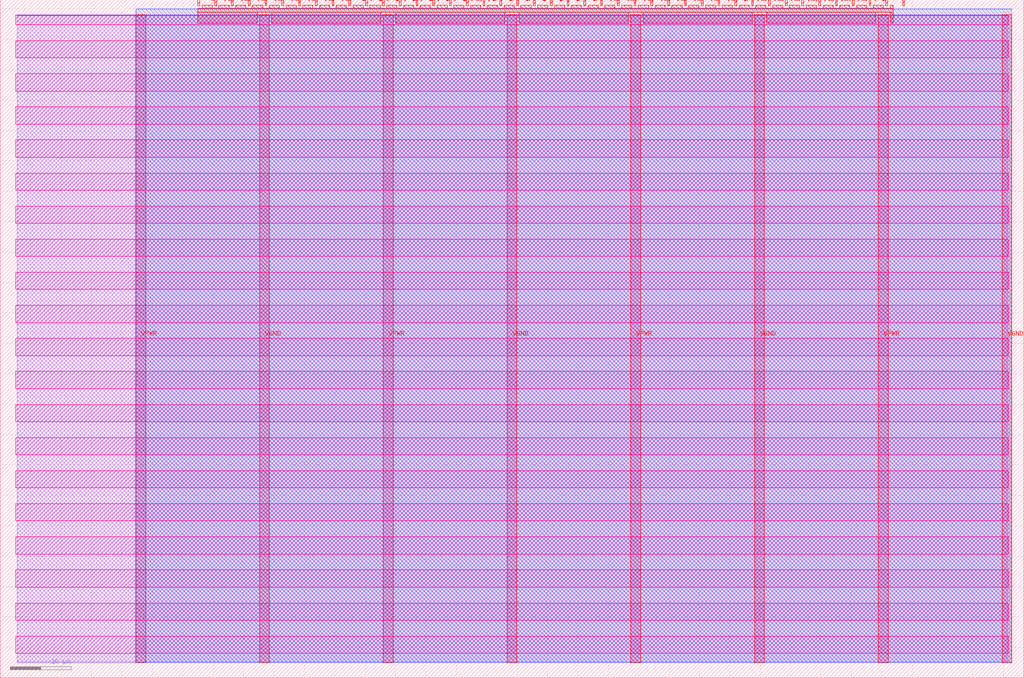
<source format=lef>
VERSION 5.7 ;
  NOWIREEXTENSIONATPIN ON ;
  DIVIDERCHAR "/" ;
  BUSBITCHARS "[]" ;
MACRO tt_um_wokwi_380409019830656001_dup
  CLASS BLOCK ;
  FOREIGN tt_um_wokwi_380409019830656001_dup ;
  ORIGIN 0.000 0.000 ;
  SIZE 168.360 BY 111.520 ;
  PIN VGND
    DIRECTION INOUT ;
    USE GROUND ;
    PORT
      LAYER met4 ;
        RECT 42.670 2.480 44.270 109.040 ;
    END
    PORT
      LAYER met4 ;
        RECT 83.380 2.480 84.980 109.040 ;
    END
    PORT
      LAYER met4 ;
        RECT 124.090 2.480 125.690 109.040 ;
    END
    PORT
      LAYER met4 ;
        RECT 164.800 2.480 166.400 109.040 ;
    END
  END VGND
  PIN VPWR
    DIRECTION INOUT ;
    USE POWER ;
    PORT
      LAYER met4 ;
        RECT 22.315 2.480 23.915 109.040 ;
    END
    PORT
      LAYER met4 ;
        RECT 63.025 2.480 64.625 109.040 ;
    END
    PORT
      LAYER met4 ;
        RECT 103.735 2.480 105.335 109.040 ;
    END
    PORT
      LAYER met4 ;
        RECT 144.445 2.480 146.045 109.040 ;
    END
  END VPWR
  PIN clk
    DIRECTION INPUT ;
    USE SIGNAL ;
    ANTENNAGATEAREA 0.159000 ;
    PORT
      LAYER met4 ;
        RECT 145.670 110.520 145.970 111.520 ;
    END
  END clk
  PIN ena
    DIRECTION INPUT ;
    USE SIGNAL ;
    PORT
      LAYER met4 ;
        RECT 148.430 110.520 148.730 111.520 ;
    END
  END ena
  PIN rst_n
    DIRECTION INPUT ;
    USE SIGNAL ;
    PORT
      LAYER met4 ;
        RECT 142.910 110.520 143.210 111.520 ;
    END
  END rst_n
  PIN ui_in[0]
    DIRECTION INPUT ;
    USE SIGNAL ;
    ANTENNAGATEAREA 0.196500 ;
    PORT
      LAYER met4 ;
        RECT 140.150 110.520 140.450 111.520 ;
    END
  END ui_in[0]
  PIN ui_in[1]
    DIRECTION INPUT ;
    USE SIGNAL ;
    ANTENNAGATEAREA 0.196500 ;
    PORT
      LAYER met4 ;
        RECT 137.390 110.520 137.690 111.520 ;
    END
  END ui_in[1]
  PIN ui_in[2]
    DIRECTION INPUT ;
    USE SIGNAL ;
    PORT
      LAYER met4 ;
        RECT 134.630 110.520 134.930 111.520 ;
    END
  END ui_in[2]
  PIN ui_in[3]
    DIRECTION INPUT ;
    USE SIGNAL ;
    PORT
      LAYER met4 ;
        RECT 131.870 110.520 132.170 111.520 ;
    END
  END ui_in[3]
  PIN ui_in[4]
    DIRECTION INPUT ;
    USE SIGNAL ;
    PORT
      LAYER met4 ;
        RECT 129.110 110.520 129.410 111.520 ;
    END
  END ui_in[4]
  PIN ui_in[5]
    DIRECTION INPUT ;
    USE SIGNAL ;
    PORT
      LAYER met4 ;
        RECT 126.350 110.520 126.650 111.520 ;
    END
  END ui_in[5]
  PIN ui_in[6]
    DIRECTION INPUT ;
    USE SIGNAL ;
    PORT
      LAYER met4 ;
        RECT 123.590 110.520 123.890 111.520 ;
    END
  END ui_in[6]
  PIN ui_in[7]
    DIRECTION INPUT ;
    USE SIGNAL ;
    PORT
      LAYER met4 ;
        RECT 120.830 110.520 121.130 111.520 ;
    END
  END ui_in[7]
  PIN uio_in[0]
    DIRECTION INPUT ;
    USE SIGNAL ;
    PORT
      LAYER met4 ;
        RECT 118.070 110.520 118.370 111.520 ;
    END
  END uio_in[0]
  PIN uio_in[1]
    DIRECTION INPUT ;
    USE SIGNAL ;
    PORT
      LAYER met4 ;
        RECT 115.310 110.520 115.610 111.520 ;
    END
  END uio_in[1]
  PIN uio_in[2]
    DIRECTION INPUT ;
    USE SIGNAL ;
    PORT
      LAYER met4 ;
        RECT 112.550 110.520 112.850 111.520 ;
    END
  END uio_in[2]
  PIN uio_in[3]
    DIRECTION INPUT ;
    USE SIGNAL ;
    PORT
      LAYER met4 ;
        RECT 109.790 110.520 110.090 111.520 ;
    END
  END uio_in[3]
  PIN uio_in[4]
    DIRECTION INPUT ;
    USE SIGNAL ;
    PORT
      LAYER met4 ;
        RECT 107.030 110.520 107.330 111.520 ;
    END
  END uio_in[4]
  PIN uio_in[5]
    DIRECTION INPUT ;
    USE SIGNAL ;
    PORT
      LAYER met4 ;
        RECT 104.270 110.520 104.570 111.520 ;
    END
  END uio_in[5]
  PIN uio_in[6]
    DIRECTION INPUT ;
    USE SIGNAL ;
    PORT
      LAYER met4 ;
        RECT 101.510 110.520 101.810 111.520 ;
    END
  END uio_in[6]
  PIN uio_in[7]
    DIRECTION INPUT ;
    USE SIGNAL ;
    PORT
      LAYER met4 ;
        RECT 98.750 110.520 99.050 111.520 ;
    END
  END uio_in[7]
  PIN uio_oe[0]
    DIRECTION OUTPUT TRISTATE ;
    USE SIGNAL ;
    PORT
      LAYER met4 ;
        RECT 51.830 110.520 52.130 111.520 ;
    END
  END uio_oe[0]
  PIN uio_oe[1]
    DIRECTION OUTPUT TRISTATE ;
    USE SIGNAL ;
    PORT
      LAYER met4 ;
        RECT 49.070 110.520 49.370 111.520 ;
    END
  END uio_oe[1]
  PIN uio_oe[2]
    DIRECTION OUTPUT TRISTATE ;
    USE SIGNAL ;
    PORT
      LAYER met4 ;
        RECT 46.310 110.520 46.610 111.520 ;
    END
  END uio_oe[2]
  PIN uio_oe[3]
    DIRECTION OUTPUT TRISTATE ;
    USE SIGNAL ;
    PORT
      LAYER met4 ;
        RECT 43.550 110.520 43.850 111.520 ;
    END
  END uio_oe[3]
  PIN uio_oe[4]
    DIRECTION OUTPUT TRISTATE ;
    USE SIGNAL ;
    PORT
      LAYER met4 ;
        RECT 40.790 110.520 41.090 111.520 ;
    END
  END uio_oe[4]
  PIN uio_oe[5]
    DIRECTION OUTPUT TRISTATE ;
    USE SIGNAL ;
    PORT
      LAYER met4 ;
        RECT 38.030 110.520 38.330 111.520 ;
    END
  END uio_oe[5]
  PIN uio_oe[6]
    DIRECTION OUTPUT TRISTATE ;
    USE SIGNAL ;
    PORT
      LAYER met4 ;
        RECT 35.270 110.520 35.570 111.520 ;
    END
  END uio_oe[6]
  PIN uio_oe[7]
    DIRECTION OUTPUT TRISTATE ;
    USE SIGNAL ;
    PORT
      LAYER met4 ;
        RECT 32.510 110.520 32.810 111.520 ;
    END
  END uio_oe[7]
  PIN uio_out[0]
    DIRECTION OUTPUT TRISTATE ;
    USE SIGNAL ;
    PORT
      LAYER met4 ;
        RECT 73.910 110.520 74.210 111.520 ;
    END
  END uio_out[0]
  PIN uio_out[1]
    DIRECTION OUTPUT TRISTATE ;
    USE SIGNAL ;
    PORT
      LAYER met4 ;
        RECT 71.150 110.520 71.450 111.520 ;
    END
  END uio_out[1]
  PIN uio_out[2]
    DIRECTION OUTPUT TRISTATE ;
    USE SIGNAL ;
    PORT
      LAYER met4 ;
        RECT 68.390 110.520 68.690 111.520 ;
    END
  END uio_out[2]
  PIN uio_out[3]
    DIRECTION OUTPUT TRISTATE ;
    USE SIGNAL ;
    PORT
      LAYER met4 ;
        RECT 65.630 110.520 65.930 111.520 ;
    END
  END uio_out[3]
  PIN uio_out[4]
    DIRECTION OUTPUT TRISTATE ;
    USE SIGNAL ;
    PORT
      LAYER met4 ;
        RECT 62.870 110.520 63.170 111.520 ;
    END
  END uio_out[4]
  PIN uio_out[5]
    DIRECTION OUTPUT TRISTATE ;
    USE SIGNAL ;
    PORT
      LAYER met4 ;
        RECT 60.110 110.520 60.410 111.520 ;
    END
  END uio_out[5]
  PIN uio_out[6]
    DIRECTION OUTPUT TRISTATE ;
    USE SIGNAL ;
    PORT
      LAYER met4 ;
        RECT 57.350 110.520 57.650 111.520 ;
    END
  END uio_out[6]
  PIN uio_out[7]
    DIRECTION OUTPUT TRISTATE ;
    USE SIGNAL ;
    PORT
      LAYER met4 ;
        RECT 54.590 110.520 54.890 111.520 ;
    END
  END uio_out[7]
  PIN uo_out[0]
    DIRECTION OUTPUT TRISTATE ;
    USE SIGNAL ;
    ANTENNADIFFAREA 0.795200 ;
    PORT
      LAYER met4 ;
        RECT 95.990 110.520 96.290 111.520 ;
    END
  END uo_out[0]
  PIN uo_out[1]
    DIRECTION OUTPUT TRISTATE ;
    USE SIGNAL ;
    ANTENNADIFFAREA 0.445500 ;
    PORT
      LAYER met4 ;
        RECT 93.230 110.520 93.530 111.520 ;
    END
  END uo_out[1]
  PIN uo_out[2]
    DIRECTION OUTPUT TRISTATE ;
    USE SIGNAL ;
    ANTENNADIFFAREA 0.445500 ;
    PORT
      LAYER met4 ;
        RECT 90.470 110.520 90.770 111.520 ;
    END
  END uo_out[2]
  PIN uo_out[3]
    DIRECTION OUTPUT TRISTATE ;
    USE SIGNAL ;
    ANTENNADIFFAREA 0.445500 ;
    PORT
      LAYER met4 ;
        RECT 87.710 110.520 88.010 111.520 ;
    END
  END uo_out[3]
  PIN uo_out[4]
    DIRECTION OUTPUT TRISTATE ;
    USE SIGNAL ;
    ANTENNADIFFAREA 0.445500 ;
    PORT
      LAYER met4 ;
        RECT 84.950 110.520 85.250 111.520 ;
    END
  END uo_out[4]
  PIN uo_out[5]
    DIRECTION OUTPUT TRISTATE ;
    USE SIGNAL ;
    PORT
      LAYER met4 ;
        RECT 82.190 110.520 82.490 111.520 ;
    END
  END uo_out[5]
  PIN uo_out[6]
    DIRECTION OUTPUT TRISTATE ;
    USE SIGNAL ;
    PORT
      LAYER met4 ;
        RECT 79.430 110.520 79.730 111.520 ;
    END
  END uo_out[6]
  PIN uo_out[7]
    DIRECTION OUTPUT TRISTATE ;
    USE SIGNAL ;
    PORT
      LAYER met4 ;
        RECT 76.670 110.520 76.970 111.520 ;
    END
  END uo_out[7]
  OBS
      LAYER nwell ;
        RECT 2.570 107.385 165.790 108.990 ;
        RECT 2.570 101.945 165.790 104.775 ;
        RECT 2.570 96.505 165.790 99.335 ;
        RECT 2.570 91.065 165.790 93.895 ;
        RECT 2.570 85.625 165.790 88.455 ;
        RECT 2.570 80.185 165.790 83.015 ;
        RECT 2.570 74.745 165.790 77.575 ;
        RECT 2.570 69.305 165.790 72.135 ;
        RECT 2.570 63.865 165.790 66.695 ;
        RECT 2.570 58.425 165.790 61.255 ;
        RECT 2.570 52.985 165.790 55.815 ;
        RECT 2.570 47.545 165.790 50.375 ;
        RECT 2.570 42.105 165.790 44.935 ;
        RECT 2.570 36.665 165.790 39.495 ;
        RECT 2.570 31.225 165.790 34.055 ;
        RECT 2.570 25.785 165.790 28.615 ;
        RECT 2.570 20.345 165.790 23.175 ;
        RECT 2.570 14.905 165.790 17.735 ;
        RECT 2.570 9.465 165.790 12.295 ;
        RECT 2.570 4.025 165.790 6.855 ;
      LAYER li1 ;
        RECT 2.760 2.635 165.600 108.885 ;
      LAYER met1 ;
        RECT 2.760 2.480 166.400 109.040 ;
      LAYER met2 ;
        RECT 22.345 2.535 166.370 110.005 ;
      LAYER met3 ;
        RECT 22.325 2.555 166.390 109.985 ;
      LAYER met4 ;
        RECT 33.210 110.120 34.870 110.650 ;
        RECT 35.970 110.120 37.630 110.650 ;
        RECT 38.730 110.120 40.390 110.650 ;
        RECT 41.490 110.120 43.150 110.650 ;
        RECT 44.250 110.120 45.910 110.650 ;
        RECT 47.010 110.120 48.670 110.650 ;
        RECT 49.770 110.120 51.430 110.650 ;
        RECT 52.530 110.120 54.190 110.650 ;
        RECT 55.290 110.120 56.950 110.650 ;
        RECT 58.050 110.120 59.710 110.650 ;
        RECT 60.810 110.120 62.470 110.650 ;
        RECT 63.570 110.120 65.230 110.650 ;
        RECT 66.330 110.120 67.990 110.650 ;
        RECT 69.090 110.120 70.750 110.650 ;
        RECT 71.850 110.120 73.510 110.650 ;
        RECT 74.610 110.120 76.270 110.650 ;
        RECT 77.370 110.120 79.030 110.650 ;
        RECT 80.130 110.120 81.790 110.650 ;
        RECT 82.890 110.120 84.550 110.650 ;
        RECT 85.650 110.120 87.310 110.650 ;
        RECT 88.410 110.120 90.070 110.650 ;
        RECT 91.170 110.120 92.830 110.650 ;
        RECT 93.930 110.120 95.590 110.650 ;
        RECT 96.690 110.120 98.350 110.650 ;
        RECT 99.450 110.120 101.110 110.650 ;
        RECT 102.210 110.120 103.870 110.650 ;
        RECT 104.970 110.120 106.630 110.650 ;
        RECT 107.730 110.120 109.390 110.650 ;
        RECT 110.490 110.120 112.150 110.650 ;
        RECT 113.250 110.120 114.910 110.650 ;
        RECT 116.010 110.120 117.670 110.650 ;
        RECT 118.770 110.120 120.430 110.650 ;
        RECT 121.530 110.120 123.190 110.650 ;
        RECT 124.290 110.120 125.950 110.650 ;
        RECT 127.050 110.120 128.710 110.650 ;
        RECT 129.810 110.120 131.470 110.650 ;
        RECT 132.570 110.120 134.230 110.650 ;
        RECT 135.330 110.120 136.990 110.650 ;
        RECT 138.090 110.120 139.750 110.650 ;
        RECT 140.850 110.120 142.510 110.650 ;
        RECT 143.610 110.120 145.270 110.650 ;
        RECT 146.370 110.120 146.905 110.650 ;
        RECT 32.495 109.440 146.905 110.120 ;
        RECT 32.495 107.615 42.270 109.440 ;
        RECT 44.670 107.615 62.625 109.440 ;
        RECT 65.025 107.615 82.980 109.440 ;
        RECT 85.380 107.615 103.335 109.440 ;
        RECT 105.735 107.615 123.690 109.440 ;
        RECT 126.090 107.615 144.045 109.440 ;
        RECT 146.445 107.615 146.905 109.440 ;
  END
END tt_um_wokwi_380409019830656001_dup
END LIBRARY


</source>
